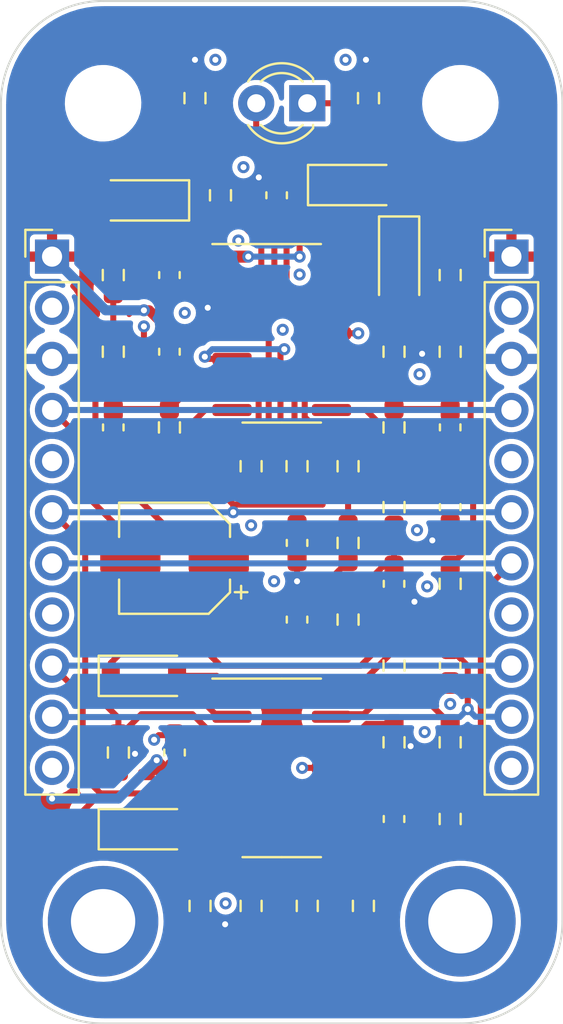
<source format=kicad_pcb>
(kicad_pcb (version 20211014) (generator pcbnew)
  (layers (0 "F.Cu" signal) (1 "In1.Cu" signal) (2 "In2.Cu" signal) (31 "B.Cu" signal) (34 "B.Paste" user) (35 "F.Paste" user) (36 "B.SilkS" user "B.Silkscreen") (37 "F.SilkS" user "F.Silkscreen") (38 "B.Mask" user) (39 "F.Mask" user) (44 "Edge.Cuts" user))
  (net 0 "")
  (net 1 "Net-(C1-Pad1)")
  (net 2 "/In")
  (net 3 "Net-(C2-Pad1)")
  (net 4 "Net-(C2-Pad2)")
  (net 5 "/+4.5V")
  (net 6 "Net-(C3-Pad2)")
  (net 7 "Net-(C4-Pad1)")
  (net 8 "/RectifiedOut")
  (net 9 "Net-(C5-Pad2)")
  (net 10 "Net-(C6-Pad2)")
  (net 11 "Net-(C7-Pad2)")
  (net 12 "Net-(C8-Pad2)")
  (net 13 "Net-(C9-Pad1)")
  (net 14 "Net-(C9-Pad2)")
  (net 15 "/+9V")
  (net 16 "/GND")
  (net 17 "Net-(C11-Pad1)")
  (net 18 "/Peak Detector/ThreshLim")
  (net 19 "Net-(C12-Pad1)")
  (net 20 "/PeakOut")
  (net 21 "Net-(D1-Pad2)")
  (net 22 "Net-(D3-Pad1)")
  (net 23 "Net-(D3-Pad2)")
  (net 24 "Net-(D5-Pad2)")
  (net 25 "Net-(D6-Pad1)")
  (net 26 "Net-(D6-Pad2)")
  (net 27 "/FollowerOut")
  (net 28 "/ThreshIn")
  (net 29 "Net-(R6-Pad2)")
  (net 30 "Net-(R16-Pad2)")
  (net 31 "Net-(R23-Pad2)")
  (net 32 "Net-(R26-Pad1)")
  (footprint "Resistor_SMD:R_0603_1608Metric_Pad0.98x0.95mm_HandSolder" (layer "F.Cu") (at 65.532 65.024 -90)
    (fp_text reference "R9" hide)
    (fp_text value "27k")
  )
  (footprint "Diode_SMD:D_SOD-123" (layer "F.Cu") (at 65.786 47.244)
    (fp_text reference "D2" hide)
    (fp_text value "1N4148")
  )
  (footprint "Resistor_SMD:R_0603_1608Metric_Pad0.98x0.95mm_HandSolder" (layer "F.Cu") (at 67.818 55.5255 -90)
    (fp_text reference "R12" hide)
    (fp_text value "1.5M")
  )
  (footprint "Capacitor_SMD:C_0603_1608Metric_Pad1.08x0.95mm_HandSolder" (layer "F.Cu") (at 56.642 55.5255 -90)
    (fp_text reference "C10" hide)
    (fp_text value "100n")
  )
  (footprint "Resistor_SMD:R_0603_1608Metric_Pad0.98x0.95mm_HandSolder" (layer "F.Cu") (at 54.102 75.438 -90)
    (fp_text reference "R18" hide)
    (fp_text value "10k")
  )
  (footprint "Resistor_SMD:R_0603_1608Metric_Pad0.98x0.95mm_HandSolder" (layer "F.Cu") (at 70.612 74.93 90)
    (fp_text reference "R22" hide)
    (fp_text value "100k")
  )
  (footprint "Capacitor_SMD:C_0603_1608Metric_Pad1.08x0.95mm_HandSolder" (layer "F.Cu") (at 70.612 59.2825 90)
    (fp_text reference "C9" hide)
    (fp_text value "1.2n")
  )
  (footprint "Capacitor_SMD:C_0603_1608Metric_Pad1.08x0.95mm_HandSolder" (layer "F.Cu") (at 56.896 75.438 90)
    (fp_text reference "C13" hide)
    (fp_text value "100n")
  )
  (footprint "Resistor_SMD:R_0603_1608Metric_Pad0.98x0.95mm_HandSolder" (layer "F.Cu") (at 53.848 55.5255 90)
    (fp_text reference "R1" hide)
    (fp_text value "10k")
  )
  (footprint "Resistor_SMD:R_0603_1608Metric_Pad0.98x0.95mm_HandSolder" (layer "F.Cu") (at 70.612 51.7155 -90)
    (fp_text reference "R16" hide)
    (fp_text value "100k")
  )
  (footprint "Capacitor_SMD:C_0603_1608Metric_Pad1.08x0.95mm_HandSolder" (layer "F.Cu") (at 67.818 67.056 90)
    (fp_text reference "C7" hide)
    (fp_text value "10n")
  )
  (footprint "Capacitor_SMD:C_0603_1608Metric_Pad1.08x0.95mm_HandSolder" (layer "F.Cu") (at 62.992 68.834 -90)
    (fp_text reference "C6" hide)
    (fp_text value "100n")
  )
  (footprint "Resistor_SMD:R_0603_1608Metric_Pad0.98x0.95mm_HandSolder" (layer "F.Cu") (at 62.992 61.214 -90)
    (fp_text reference "R6" hide)
    (fp_text value "120k")
  )
  (footprint "Diode_SMD:D_SOD-123" (layer "F.Cu") (at 55.372 48.006 180)
    (fp_text reference "D1" hide)
    (fp_text value "1N4148")
  )
  (footprint "Connector_PinHeader_2.54mm:PinHeader_1x11_P2.54mm_Vertical" (layer "F.Cu") (at 50.8 50.8)
    (fp_text reference "J1" hide)
    (fp_text value "L")
  )
  (footprint "Resistor_SMD:R_0603_1608Metric_Pad0.98x0.95mm_HandSolder" (layer "F.Cu") (at 60.706 83.058 -90)
    (fp_text reference "R20" hide)
    (fp_text value "2.7k")
  )
  (footprint "Capacitor_SMD:C_0603_1608Metric_Pad1.08x0.95mm_HandSolder" (layer "F.Cu") (at 62.992 65.024 90)
    (fp_text reference "C5" hide)
    (fp_text value "1u")
  )
  (footprint "MountingHole:MountingHole_3.2mm_M3" (layer "F.Cu") (at 53.34 43.18)
    (fp_text reference "H2" hide)
    (fp_text value "1")
  )
  (footprint "Package_SO:SOIC-14_3.9x8.7mm_P1.27mm" (layer "F.Cu") (at 62.23 54.61)
    (fp_text reference "U1" hide)
    (fp_text value "TL074")
  )
  (footprint "Resistor_SMD:R_0603_1608Metric_Pad0.98x0.95mm_HandSolder" (layer "F.Cu") (at 66.548 42.926 -90)
    (fp_text reference "R15" hide)
    (fp_text value "1k")
  )
  (footprint "Diode_SMD:D_SOD-123" (layer "F.Cu") (at 55.372 79.248)
    (fp_text reference "D6" hide)
    (fp_text value "1N4148")
  )
  (footprint "Resistor_SMD:R_0603_1608Metric_Pad0.98x0.95mm_HandSolder" (layer "F.Cu") (at 70.612 67.056 -90)
    (fp_text reference "R14" hide)
    (fp_text value "1k")
  )
  (footprint "Capacitor_SMD:C_0603_1608Metric_Pad1.08x0.95mm_HandSolder" (layer "F.Cu") (at 53.848 59.2855 -90)
    (fp_text reference "C4" hide)
    (fp_text value "20p")
  )
  (footprint "Resistor_SMD:R_0603_1608Metric_Pad0.98x0.95mm_HandSolder" (layer "F.Cu") (at 67.818 71.12 90)
    (fp_text reference "R25" hide)
    (fp_text value "100k")
  )
  (footprint "LED_THT:LED_D3.0mm" (layer "F.Cu") (at 63.5 43.18 180)
    (fp_text reference "D3" hide)
    (fp_text value "LED")
  )
  (footprint "Resistor_SMD:R_0603_1608Metric_Pad0.98x0.95mm_HandSolder" (layer "F.Cu") (at 67.818 63.246 90)
    (fp_text reference "R11" hide)
    (fp_text value "1M")
  )
  (footprint "Connector_PinHeader_2.54mm:PinHeader_1x11_P2.54mm_Vertical" (layer "F.Cu") (at 73.66 50.8)
    (fp_text reference "J2" hide)
    (fp_text value "R")
  )
  (footprint "Resistor_SMD:R_0603_1608Metric_Pad0.98x0.95mm_HandSolder" (layer "F.Cu") (at 57.912 42.926 -90)
    (fp_text reference "R4" hide)
    (fp_text value "100k")
  )
  (footprint "Package_SO:SOIC-14_3.9x8.7mm_P1.27mm" (layer "F.Cu") (at 62.23 76.2)
    (fp_text reference "U2" hide)
    (fp_text value "TL074")
  )
  (footprint "Resistor_SMD:R_0603_1608Metric_Pad0.98x0.95mm_HandSolder" (layer "F.Cu") (at 58.166 83.058 -90)
    (fp_text reference "R19" hide)
    (fp_text value "100k")
  )
  (footprint "Resistor_SMD:R_0603_1608Metric_Pad0.98x0.95mm_HandSolder" (layer "F.Cu") (at 67.818 59.2855 -90)
    (fp_text reference "R13" hide)
    (fp_text value "10M")
  )
  (footprint "MountingHole:MountingHole_3.2mm_M3_ISO14580_Pad" (layer "F.Cu") (at 71.12 83.82)
    (fp_text reference "H3" hide)
    (fp_text value "GND")
  )
  (footprint "Resistor_SMD:R_0603_1608Metric_Pad0.98x0.95mm_HandSolder" (layer "F.Cu") (at 63.5 83.058 -90)
    (fp_text reference "R26" hide)
    (fp_text value "1k")
  )
  (footprint "Diode_SMD:D_SOD-123" (layer "F.Cu") (at 55.372 71.628)
    (fp_text reference "D5" hide)
    (fp_text value "1N4148")
  )
  (footprint "MountingHole:MountingHole_3.2mm_M3_ISO14580_Pad" (layer "F.Cu") (at 53.34 83.82)
    (fp_text reference "H1" hide)
    (fp_text value "GND")
  )
  (footprint "Resistor_SMD:R_0603_1608Metric_Pad0.98x0.95mm_HandSolder" (layer "F.Cu") (at 65.532 61.214 -90)
    (fp_text reference "R8" hide)
    (fp_text value "2.7k")
  )
  (footprint "Resistor_SMD:R_0603_1608Metric_Pad0.98x0.95mm_HandSolder" (layer "F.Cu") (at 67.818 74.93 90)
    (fp_text reference "R24" hide)
    (fp_text value "100k")
  )
  (footprint "Resistor_SMD:R_0603_1608Metric_Pad0.98x0.95mm_HandSolder" (layer "F.Cu") (at 65.532 68.834 90)
    (fp_text reference "R10" hide)
    (fp_text value "270k")
  )
  (footprint "Capacitor_SMD:CP_Elec_5x5.4" (layer "F.Cu") (at 56.896 65.786 180)
    (fp_text reference "C1" hide)
    (fp_text value "10u")
  )
  (footprint "Resistor_SMD:R_0603_1608Metric_Pad0.98x0.95mm_HandSolder" (layer "F.Cu") (at 60.706 61.214 90)
    (fp_text reference "R5" hide)
    (fp_text value "100k")
  )
  (footprint "Resistor_SMD:R_0603_1608Metric_Pad0.98x0.95mm_HandSolder" (layer "F.Cu") (at 66.294 83.058 90)
    (fp_text reference "R23" hide)
    (fp_text value "100k")
  )
  (footprint "Resistor_SMD:R_0603_1608Metric_Pad0.98x0.95mm_HandSolder" (layer "F.Cu") (at 53.848 51.7155 90)
    (fp_text reference "R2" hide)
    (fp_text value "100k")
  )
  (footprint "Resistor_SMD:R_0603_1608Metric_Pad0.98x0.95mm_HandSolder" (layer "F.Cu") (at 70.612 55.5255 90)
    (fp_text reference "R17" hide)
    (fp_text value "100k")
  )
  (footprint "Resistor_SMD:R_0603_1608Metric_Pad0.98x0.95mm_HandSolder" (layer "F.Cu") (at 70.612 78.74 -90)
    (fp_text reference "R21" hide)
    (fp_text value "1k")
  )
  (footprint "MountingHole:MountingHole_3.2mm_M3" (layer "F.Cu") (at 71.12 43.18)
    (fp_text reference "H4" hide)
    (fp_text value "2")
  )
  (footprint "Capacitor_SMD:C_0603_1608Metric_Pad1.08x0.95mm_HandSolder" (layer "F.Cu") (at 61.976 47.752 -90)
    (fp_text reference "C3" hide)
    (fp_text value "20p")
  )
  (footprint "Capacitor_SMD:C_0603_1608Metric_Pad1.08x0.95mm_HandSolder" (layer "F.Cu") (at 70.612 71.12 90)
    (fp_text reference "C12" hide)
    (fp_text value "20p")
  )
  (footprint "Capacitor_SMD:C_0603_1608Metric_Pad1.08x0.95mm_HandSolder" (layer "F.Cu") (at 70.612 63.246 90)
    (fp_text reference "C8" hide)
    (fp_text value "1.2n")
  )
  (footprint "Resistor_SMD:R_0603_1608Metric_Pad0.98x0.95mm_HandSolder" (layer "F.Cu") (at 59.182 47.752 90)
    (fp_text reference "R3" hide)
    (fp_text value "100k")
  )
  (footprint "Diode_SMD:D_SOD-123" (layer "F.Cu") (at 68.072 51.054 -90)
    (fp_text reference "D4" hide)
    (fp_text value "1N4148")
  )
  (footprint "Capacitor_SMD:C_0603_1608Metric_Pad1.08x0.95mm_HandSolder" (layer "F.Cu") (at 67.818 78.74 -90)
    (fp_text reference "C11" hide)
    (fp_text value "20p")
  )
  (footprint "Resistor_SMD:R_0603_1608Metric_Pad0.98x0.95mm_HandSolder" (layer "F.Cu") (at 56.642 59.2855 -90)
    (fp_text reference "R7" hide)
    (fp_text value "100k")
  )
  (footprint "Capacitor_SMD:C_0603_1608Metric_Pad1.08x0.95mm_HandSolder" (layer "F.Cu") (at 56.642 51.7155 90)
    (fp_text reference "C2" hide)
    (fp_text value "20p")
  )
  (gr_arc (start 48.26 43.18) (mid 49.747898 39.587898) (end 53.34 38.1) (layer "Edge.Cuts") (width 0.1))
  (gr_line (start 48.26 43.18) (end 48.26 83.82) (layer "Edge.Cuts") (width 0.1))
  (gr_arc (start 76.2 83.82) (mid 74.712102 87.412102) (end 71.12 88.9) (layer "Edge.Cuts") (width 0.1))
  (gr_arc (start 71.12 38.1) (mid 74.712102 39.587898) (end 76.2 43.18) (layer "Edge.Cuts") (width 0.1))
  (gr_line (start 71.12 88.9) (end 53.34 88.9) (layer "Edge.Cuts") (width 0.1))
  (gr_arc (start 53.34 88.9) (mid 49.747898 87.412102) (end 48.26 83.82) (layer "Edge.Cuts") (width 0.1))
  (gr_line (start 71.12 38.1) (end 53.34 38.1) (layer "Edge.Cuts") (width 0.1))
  (gr_line (start 76.2 83.82) (end 76.2 43.18) (layer "Edge.Cuts") (width 0.1))
  (segment (start 59.096 65.786) (end 58.039 65.786) (width 0.3) (layer "F.Cu") (net 1))
  (segment (start 58.039 65.786) (end 52.959 60.706) (width 0.3) (layer "F.Cu") (net 1))
  (segment (start 52.959 56.769) (end 53.29 56.438) (width 0.3) (layer "F.Cu") (net 1))
  (segment (start 53.29 56.438) (end 53.848 56.438) (width 0.3) (layer "F.Cu") (net 1))
  (segment (start 52.959 60.706) (end 52.959 56.769) (width 0.3) (layer "F.Cu") (net 1))
  (segment (start 52.197 59.817) (end 50.8 58.42) (width 0.3) (layer "F.Cu") (net 2))
  (segment (start 54.696 64.856) (end 52.197 62.357) (width 0.3) (layer "F.Cu") (net 2))
  (segment (start 54.696 65.786) (end 54.696 64.856) (width 0.3) (layer "F.Cu") (net 2))
  (segment (start 52.197 62.357) (end 52.197 59.817) (width 0.3) (layer "F.Cu") (net 2))
  (segment (start 50.8 58.42) (end 73.66 58.42) (width 0.3) (layer "B.Cu") (net 2))
  (segment (start 56.642 52.578) (end 57.15 52.07) (width 0.3) (layer "F.Cu") (net 3))
  (segment (start 56.592 52.628) (end 56.642 52.578) (width 0.3) (layer "F.Cu") (net 3))
  (segment (start 53.848 54.613) (end 53.848 52.628) (width 0.3) (layer "F.Cu") (net 3))
  (segment (start 53.848 52.628) (end 56.592 52.628) (width 0.3) (layer "F.Cu") (net 3))
  (segment (start 57.15 52.07) (end 59.755 52.07) (width 0.3) (layer "F.Cu") (net 3))
  (segment (start 61.214 50.165) (end 61.214 51.943) (width 0.3) (layer "F.Cu") (net 3))
  (segment (start 59.7135 48.6645) (end 61.214 50.165) (width 0.3) (layer "F.Cu") (net 3))
  (segment (start 61.214 51.943) (end 61.087 52.07) (width 0.3) (layer "F.Cu") (net 3))
  (segment (start 61.087 52.07) (end 59.755 52.07) (width 0.3) (layer "F.Cu") (net 3))
  (segment (start 59.182 48.6645) (end 59.7135 48.6645) (width 0.3) (layer "F.Cu") (net 3))
  (segment (start 59.755 50.8) (end 60.5645 50.8) (width 0.3) (layer "F.Cu") (net 4))
  (segment (start 59.702 50.853) (end 59.755 50.8) (width 0.3) (layer "F.Cu") (net 4))
  (segment (start 56.642 50.853) (end 57.022 50.473) (width 0.3) (layer "F.Cu") (net 4))
  (segment (start 56.642 50.853) (end 59.702 50.853) (width 0.3) (layer "F.Cu") (net 4))
  (segment (start 63.119 50.8) (end 63.119 50.0525) (width 0.3) (layer "F.Cu") (net 4))
  (segment (start 57.022 50.473) (end 57.022 48.006) (width 0.3) (layer "F.Cu") (net 4))
  (segment (start 63.119 50.0525) (end 65.9275 47.244) (width 0.3) (layer "F.Cu") (net 4))
  (segment (start 65.9275 47.244) (end 67.436 47.244) (width 0.3) (layer "F.Cu") (net 4))
  (via (at 63.119 50.8) (size 0.6) (drill 0.3) (layers "F.Cu" "B.Cu") (net 4))
  (via (at 60.5645 50.8) (size 0.6) (drill 0.3) (layers "F.Cu" "B.Cu") (net 4))
  (segment (start 60.5645 50.8) (end 63.119 50.8) (width 0.3) (layer "B.Cu") (net 4))
  (segment (start 67.9215 75.8425) (end 67.818 75.8425) (width 0.3) (layer "F.Cu") (net 5))
  (segment (start 70.612 64.1085) (end 70.5115 64.1085) (width 0.3) (layer "F.Cu") (net 5))
  (segment (start 59.755 53.34) (end 58.547 53.34) (width 0.3) (layer "F.Cu") (net 5))
  (segment (start 67.818 67.9185) (end 68.8075 67.9185) (width 0.3) (layer "F.Cu") (net 5))
  (segment (start 68.831 55.626) (end 67.818 54.613) (width 0.3) (layer "F.Cu") (net 5))
  (segment (start 59.4125 83.9705) (end 60.706 83.9705) (width 0.3) (layer "F.Cu") (net 5))
  (segment (start 54.9275 75.5015) (end 54.102 76.327) (width 0.3) (layer "F.Cu") (net 5))
  (segment (start 57.912 42.0135) (end 57.912 41.021) (width 0.3) (layer "F.Cu") (net 5))
  (segment (start 68.6435 75.1205) (end 67.9215 75.8425) (width 0.3) (layer "F.Cu") (net 5))
  (segment (start 58.166 83.9705) (end 59.4125 83.9705) (width 0.3) (layer "F.Cu") (net 5))
  (segment (start 69.215 55.626) (end 70.027 56.438) (width 0.3) (layer "F.Cu") (net 5))
  (segment (start 66.548 41.148) (end 66.421 41.021) (width 0.3) (layer "F.Cu") (net 5))
  (segment (start 62.992 67.9715) (end 62.992 66.929) (width 0.3) (layer "F.Cu") (net 5))
  (segment (start 70.5115 64.1085) (end 69.723 64.897) (width 0.3) (layer "F.Cu") (net 5))
  (segment (start 54.102 76.327) (end 54.102 76.3505) (width 0.3) (layer "F.Cu") (net 5))
  (segment (start 66.548 42.0135) (end 66.548 41.148) (width 0.3) (layer "F.Cu") (net 5))
  (segment (start 68.8075 67.9185) (end 68.834 67.945) (width 0.3) (layer "F.Cu") (net 5))
  (segment (start 62.992 66.929) (end 62.992 65.8865) (width 0.3) (layer "F.Cu") (net 5))
  (segment (start 69.215 55.626) (end 68.831 55.626) (width 0.3) (layer "F.Cu") (net 5))
  (segment (start 70.027 56.438) (end 70.612 56.438) (width 0.3) (layer "F.Cu") (net 5))
  (segment (start 61.1135 46.8895) (end 61.087 46.863) (width 0.3) (layer "F.Cu") (net 5))
  (segment (start 61.976 46.8895) (end 61.1135 46.8895) (width 0.3) (layer "F.Cu") (net 5))
  (via (at 62.992 66.929) (size 0.6) (drill 0.3) (layers "F.Cu" "B.Cu") (net 5))
  (via (at 69.215 55.626) (size 0.6) (drill 0.3) (layers "F.Cu" "B.Cu") (net 5))
  (via (at 61.087 46.863) (size 0.6) (drill 0.3) (layers "F.Cu" "B.Cu") (net 5))
  (via (at 68.6435 75.1205) (size 0.6) (drill 0.3) (layers "F.Cu" "B.Cu") (net 5))
  (via (at 57.912 41.021) (size 0.6) (drill 0.3) (layers "F.Cu" "B.Cu") (net 5))
  (via (at 54.9275 75.5015) (size 0.6) (drill 0.3) (layers "F.Cu" "B.Cu") (net 5))
  (via (at 69.723 64.897) (size 0.6) (drill 0.3) (layers "F.Cu" "B.Cu") (net 5))
  (via (at 66.421 41.021) (size 0.6) (drill 0.3) (layers "F.Cu" "B.Cu") (net 5))
  (via (at 58.547 53.34) (size 0.6) (drill 0.3) (layers "F.Cu" "B.Cu") (net 5))
  (via (at 68.834 67.945) (size 0.6) (drill 0.3) (layers "F.Cu" "B.Cu") (net 5))
  (via (at 59.4125 83.9705) (size 0.6) (drill 0.3) (layers "F.Cu" "B.Cu") (net 5))
  (segment (start 62.469 53.579) (end 62.469 49.1075) (width 0.3) (layer "F.Cu") (net 6))
  (segment (start 59.182 46.8395) (end 59.182 45.1085) (width 0.3) (layer "F.Cu") (net 6))
  (segment (start 64.136 46.61) (end 63.119 45.593) (width 0.3) (layer "F.Cu") (net 6))
  (segment (start 62.469 49.1075) (end 61.976 48.6145) (width 0.3) (layer "F.Cu") (net 6))
  (segment (start 59.182 45.1085) (end 57.912 43.8385) (width 0.3) (layer "F.Cu") (net 6))
  (segment (start 63.246 54.356) (end 62.469 53.579) (width 0.3) (layer "F.Cu") (net 6))
  (segment (start 63.246 56.007) (end 63.246 54.356) (width 0.3) (layer "F.Cu") (net 6))
  (segment (start 62.992 60.3015) (end 62.865 60.1745) (width 0.3) (layer "F.Cu") (net 6))
  (segment (start 63.3465 47.244) (end 61.976 48.6145) (width 0.3) (layer "F.Cu") (net 6))
  (segment (start 59.182 46.482) (end 59.182 46.8395) (width 0.3) (layer "F.Cu") (net 6))
  (segment (start 62.865 60.1745) (end 62.865 56.388) (width 0.3) (layer "F.Cu") (net 6))
  (segment (start 60.071 45.593) (end 59.182 46.482) (width 0.3) (layer "F.Cu") (net 6))
  (segment (start 63.119 45.593) (end 60.071 45.593) (width 0.3) (layer "F.Cu") (net 6))
  (segment (start 64.136 47.244) (end 63.3465 47.244) (width 0.3) (layer "F.Cu") (net 6))
  (segment (start 62.865 56.388) (end 63.246 56.007) (width 0.3) (layer "F.Cu") (net 6))
  (segment (start 64.136 47.244) (end 64.136 46.61) (width 0.3) (layer "F.Cu") (net 6))
  (segment (start 53.898 58.373) (end 53.848 58.423) (width 0.3) (layer "F.Cu") (net 7))
  (segment (start 61.08 59.9275) (end 61.08 57.524) (width 0.3) (layer "F.Cu") (net 7))
  (segment (start 60.706 60.3015) (end 61.08 59.9275) (width 0.3) (layer "F.Cu") (net 7))
  (segment (start 59.755 57.15) (end 57.865 57.15) (width 0.3) (layer "F.Cu") (net 7))
  (segment (start 57.865 57.15) (end 56.642 58.373) (width 0.3) (layer "F.Cu") (net 7))
  (segment (start 56.642 58.373) (end 53.898 58.373) (width 0.3) (layer "F.Cu") (net 7))
  (segment (start 61.08 57.524) (end 60.706 57.15) (width 0.3) (layer "F.Cu") (net 7))
  (segment (start 60.706 57.15) (end 59.755 57.15) (width 0.3) (layer "F.Cu") (net 7))
  (segment (start 54.102 74.5255) (end 54.2525 74.5255) (width 0.3) (layer "F.Cu") (net 8))
  (segment (start 56.896 60.198) (end 56.642 60.198) (width 0.3) (layer "F.Cu") (net 8))
  (segment (start 64.262 63.119) (end 59.817 63.119) (width 0.3) (layer "F.Cu") (net 8))
  (segment (start 54.2525 74.5255) (end 55.245 73.533) (width 0.3) (layer "F.Cu") (net 8))
  (segment (start 59.817 63.119) (end 56.896 60.198) (width 0.3) (layer "F.Cu") (net 8))
  (segment (start 55.245 73.533) (end 57.785 73.533) (width 0.3) (layer "F.Cu") (net 8))
  (segment (start 56.592 60.148) (end 56.642 60.198) (width 0.3) (layer "F.Cu") (net 8))
  (segment (start 52.451 65.151) (end 52.451 72.063894) (width 0.3) (layer "F.Cu") (net 8))
  (segment (start 65.532 60.3015) (end 64.262 61.5715) (width 0.3) (layer "F.Cu") (net 8))
  (segment (start 52.451 72.063894) (end 54.102 73.714894) (width 0.3) (layer "F.Cu") (net 8))
  (segment (start 54.102 73.714894) (end 54.102 74.5255) (width 0.3) (layer "F.Cu") (net 8))
  (segment (start 59.182 74.93) (end 59.755 74.93) (width 0.3) (layer "F.Cu") (net 8))
  (segment (start 59.817 63.119) (end 59.817 63.5) (width 0.3) (layer "F.Cu") (net 8))
  (segment (start 50.8 63.5) (end 52.451 65.151) (width 0.3) (layer "F.Cu") (net 8))
  (segment (start 58.42 58.42) (end 56.642 60.198) (width 0.3) (layer "F.Cu") (net 8))
  (segment (start 64.262 61.5715) (end 64.262 63.119) (width 0.3) (layer "F.Cu") (net 8))
  (segment (start 53.848 60.148) (end 56.592 60.148) (width 0.3) (layer "F.Cu") (net 8))
  (segment (start 59.755 58.42) (end 58.42 58.42) (width 0.3) (layer "F.Cu") (net 8))
  (segment (start 57.785 73.533) (end 59.182 74.93) (width 0.3) (layer "F.Cu") (net 8))
  (via (at 59.817 63.5) (size 0.6) (drill 0.3) (layers "F.Cu" "B.Cu") (net 8))
  (segment (start 73.66 63.5) (end 59.817 63.5) (width 0.3) (layer "B.Cu") (net 8))
  (segment (start 59.817 63.5) (end 50.8 63.5) (width 0.3) (layer "B.Cu") (net 8))
  (segment (start 65.482 64.1615) (end 65.532 64.1115) (width 0.3) (layer "F.Cu") (net 9))
  (segment (start 65.532 62.1265) (end 65.532 64.1115) (width 0.3) (layer "F.Cu") (net 9))
  (segment (start 62.992 64.1615) (end 65.482 64.1615) (width 0.3) (layer "F.Cu") (net 9))
  (segment (start 63.042 69.7465) (end 62.992 69.6965) (width 0.3) (layer "F.Cu") (net 10))
  (segment (start 64.643 68.8575) (end 65.532 69.7465) (width 0.3) (layer "F.Cu") (net 10))
  (segment (start 65.532 69.7465) (end 63.042 69.7465) (width 0.3) (layer "F.Cu") (net 10))
  (segment (start 65.532 65.9365) (end 64.643 66.8255) (width 0.3) (layer "F.Cu") (net 10))
  (segment (start 64.643 66.8255) (end 64.643 68.8575) (width 0.3) (layer "F.Cu") (net 10))
  (segment (start 67.818 66.1935) (end 67.26 66.1935) (width 0.3) (layer "F.Cu") (net 11))
  (segment (start 67.26 66.1935) (end 65.532 67.9215) (width 0.3) (layer "F.Cu") (net 11))
  (segment (start 67.818 64.1585) (end 67.818 66.1935) (width 0.3) (layer "F.Cu") (net 11))
  (segment (start 64.135 55.88) (end 64.705 55.88) (width 0.3) (layer "F.Cu") (net 12))
  (segment (start 66.421 60.9365) (end 66.421 59.69) (width 0.3) (layer "F.Cu") (net 12))
  (segment (start 63.38 56.864346) (end 63.38 56.635) (width 0.3) (layer "F.Cu") (net 12))
  (segment (start 70.562 62.3335) (end 70.612 62.3835) (width 0.3) (layer "F.Cu") (net 12))
  (segment (start 67.818 62.3335) (end 70.562 62.3335) (width 0.3) (layer "F.Cu") (net 12))
  (segment (start 65.913 59.182) (end 63.784893 59.182) (width 0.3) (layer "F.Cu") (net 12))
  (segment (start 63.373 56.871346) (end 63.38 56.864346) (width 0.3) (layer "F.Cu") (net 12))
  (segment (start 67.818 62.3335) (end 66.421 60.9365) (width 0.3) (layer "F.Cu") (net 12))
  (segment (start 63.784893 59.182) (end 63.373 58.770107) (width 0.3) (layer "F.Cu") (net 12))
  (segment (start 66.421 59.69) (end 65.913 59.182) (width 0.3) (layer "F.Cu") (net 12))
  (segment (start 63.373 58.770107) (end 63.373 56.871346) (width 0.3) (layer "F.Cu") (net 12))
  (segment (start 63.38 56.635) (end 64.135 55.88) (width 0.3) (layer "F.Cu") (net 12))
  (segment (start 70.6355 66.1435) (end 71.755 65.024) (width 0.3) (layer "F.Cu") (net 13))
  (segment (start 66.421 58.42) (end 64.705 58.42) (width 0.3) (layer "F.Cu") (net 13))
  (segment (start 67.818 60.198) (end 67.818 59.817) (width 0.3) (layer "F.Cu") (net 13))
  (segment (start 71.628 51.819) (end 71.628 59.944) (width 0.3) (layer "F.Cu") (net 13))
  (segment (start 70.612 50.803) (end 71.628 51.819) (width 0.3) (layer "F.Cu") (net 13))
  (segment (start 70.612 66.1435) (end 70.6355 66.1435) (width 0.3) (layer "F.Cu") (net 13))
  (segment (start 71.427 60.145) (end 70.612 60.145) (width 0.3) (layer "F.Cu") (net 13))
  (segment (start 71.628 59.944) (end 71.427 60.145) (width 0.3) (layer "F.Cu") (net 13))
  (segment (start 71.755 65.024) (end 71.755 61.288) (width 0.3) (layer "F.Cu") (net 13))
  (segment (start 67.818 60.198) (end 70.559 60.198) (width 0.3) (layer "F.Cu") (net 13))
  (segment (start 70.559 60.198) (end 70.612 60.145) (width 0.3) (layer "F.Cu") (net 13))
  (segment (start 67.818 59.817) (end 66.421 58.42) (width 0.3) (layer "F.Cu") (net 13))
  (segment (start 71.755 61.288) (end 70.612 60.145) (width 0.3) (layer "F.Cu") (net 13))
  (segment (start 70.565 58.373) (end 70.612 58.42) (width 0.3) (layer "F.Cu") (net 14))
  (segment (start 66.752 56.438) (end 66.04 57.15) (width 0.3) (layer "F.Cu") (net 14))
  (segment (start 66.04 57.15) (end 64.705 57.15) (width 0.3) (layer "F.Cu") (net 14))
  (segment (start 67.818 56.438) (end 66.752 56.438) (width 0.3) (layer "F.Cu") (net 14))
  (segment (start 67.818 58.373) (end 70.565 58.373) (width 0.3) (layer "F.Cu") (net 14))
  (segment (start 67.818 56.438) (end 67.818 58.373) (width 0.3) (layer "F.Cu") (net 14))
  (segment (start 55.372 53.467) (end 55.633158 53.467) (width 0.5) (layer "F.Cu") (net 15))
  (segment (start 59.702 54.663) (end 59.755 54.61) (width 0.5) (layer "F.Cu") (net 15))
  (segment (start 59.6545 76.3005) (end 59.755 76.2) (width 0.5) (layer "F.Cu") (net 15))
  (segment (start 56.896 76.3005) (end 59.6545 76.3005) (width 0.5) (layer "F.Cu") (net 15))
  (segment (start 56.642 54.483) (end 56.642 54.663) (width 0.5) (layer "F.Cu") (net 15))
  (segment (start 55.633158 53.467) (end 56.122 53.955842) (width 0.5) (layer "F.Cu") (net 15))
  (segment (start 56.896 76.3005) (end 56.4885 76.3005) (width 0.5) (layer "F.Cu") (net 15))
  (segment (start 56.122 53.963) (end 56.642 54.483) (width 0.5) (layer "F.Cu") (net 15))
  (segment (start 56.4885 76.3005) (end 56.007 75.819) (width 0.5) (layer "F.Cu") (net 15))
  (segment (start 56.642 54.663) (end 59.702 54.663) (width 0.5) (layer "F.Cu") (net 15))
  (segment (start 56.122 53.955842) (end 56.122 53.963) (width 0.5) (layer "F.Cu") (net 15))
  (via (at 55.372 53.467) (size 0.6) (drill 0.3) (layers "F.Cu" "B.Cu") (net 15))
  (via (at 56.007 75.819) (size 0.6) (drill 0.3) (layers "F.Cu" "B.Cu") (net 15))
  (via (at 50.8 77.724) (size 0.6) (drill 0.3) (layers "F.Cu" "B.Cu") (net 15))
  (segment (start 50.8 50.8) (end 53.467 53.467) (width 0.5) (layer "B.Cu") (net 15))
  (segment (start 50.8 77.724) (end 54.102 77.724) (width 0.5) (layer "B.Cu") (net 15))
  (segment (start 54.102 77.724) (end 56.007 75.819) (width 0.5) (layer "B.Cu") (net 15))
  (segment (start 55.372 53.467) (end 53.467 53.467) (width 0.5) (layer "B.Cu") (net 15))
  (segment (start 56.896 74.5755) (end 56.1075 74.5755) (width 0.3) (layer "F.Cu") (net 16))
  (segment (start 64.705 76.2) (end 63.246 76.2) (width 0.3) (layer "F.Cu") (net 16))
  (segment (start 66.04 54.61) (end 64.705 54.61) (width 0.3) (layer "F.Cu") (net 16))
  (segment (start 55.372 54.266503) (end 55.372 55.118) (width 0.3) (layer "F.Cu") (net 16))
  (segment (start 55.372 55.118) (end 56.642 56.388) (width 0.3) (layer "F.Cu") (net 16))
  (segment (start 56.1075 74.5755) (end 55.88 74.803) (width 0.3) (layer "F.Cu") (net 16))
  (via (at 69.342 74.422) (size 0.6) (drill 0.3) (layers "F.Cu" "B.Cu") (net 16))
  (via (at 60.325 46.355) (size 0.6) (drill 0.3) (layers "F.Cu" "B.Cu") (net 16))
  (via (at 66.04 54.61) (size 0.6) (drill 0.3) (layers "F.Cu" "B.Cu") (net 16))
  (via (at 63.246 76.2) (size 0.6) (drill 0.3) (layers "F.Cu" "B.Cu") (net 16))
  (via (at 55.372 54.266503) (size 0.6) (drill 0.3) (layers "F.Cu" "B.Cu") (net 16))
  (via (at 60.706 64.1495) (size 0.6) (drill 0.3) (layers "F.Cu" "B.Cu") (net 16))
  (via (at 59.436 82.931) (size 0.6) (drill 0.3) (layers "F.Cu" "B.Cu") (net 16))
  (via (at 65.405 41.021) (size 0.6) (drill 0.3) (layers "F.Cu" "B.Cu") (net 16))
  (via (at 63.119 51.689) (size 0.6) (drill 0.3) (layers "F.Cu" "B.Cu") (net 16))
  (via (at 62.278734 54.434266) (size 0.6) (drill 0.3) (layers "F.Cu" "B.Cu") (net 16))
  (via (at 57.404 53.594) (size 0.6) (drill 0.3) (layers "F.Cu" "B.Cu") (net 16))
  (via (at 69.469 67.183) (size 0.6) (drill 0.3) (layers "F.Cu" "B.Cu") (net 16))
  (via (at 70.612 73.025) (size 0.6) (drill 0.3) (layers "F.Cu" "B.Cu") (net 16))
  (via (at 55.88 74.803) (size 0.6) (drill 0.3) (layers "F.Cu" "B.Cu") (net 16))
  (via (at 69.088 56.642) (size 0.6) (drill 0.3) (layers "F.Cu" "B.Cu") (net 16))
  (via (at 61.849 66.929) (size 0.6) (drill 0.3) (layers "F.Cu" "B.Cu") (net 16))
  (via (at 58.928 41.021) (size 0.6) (drill 0.3) (layers "F.Cu" "B.Cu") (net 16))
  (via (at 60.071 50.0005) (size 0.6) (drill 0.3) (layers "F.Cu" "B.Cu") (net 16))
  (via (at 68.961 64.389) (size 0.6) (drill 0.3) (layers "F.Cu" "B.Cu") (net 16))
  (segment (start 71.882 78.232) (end 71.4775 77.8275) (width 0.3) (layer "F.Cu") (net 17))
  (segment (start 66.929 80.518) (end 67.056 80.645) (width 0.3) (layer "F.Cu") (net 17))
  (segment (start 54.992 72.898) (end 53.722 71.628) (width 0.3) (layer "F.Cu") (net 17))
  (segment (start 54.61 70.104) (end 53.722 70.992) (width 0.3) (layer "F.Cu") (net 17))
  (segment (start 59.055 73.66) (end 58.293 72.898) (width 0.3) (layer "F.Cu") (net 17))
  (segment (start 67.056 69.215) (end 66.802 69.469) (width 0.3) (layer "F.Cu") (net 17))
  (segment (start 67.818 77.8775) (end 67.818 77.2795) (width 0.3) (layer "F.Cu") (net 17))
  (segment (start 71.4775 77.8275) (end 70.612 77.8275) (width 0.3) (layer "F.Cu") (net 17))
  (segment (start 71.628 74.93) (end 72.136 74.422) (width 0.3) (layer "F.Cu") (net 17))
  (segment (start 72.136 69.215) (end 67.056 69.215) (width 0.3) (layer "F.Cu") (net 17))
  (segment (start 67.818 77.8775) (end 66.929 78.7665) (width 0.3) (layer "F.Cu") (net 17))
  (segment (start 59.755 73.66) (end 59.055 73.66) (width 0.3) (layer "F.Cu") (net 17))
  (segment (start 58.166 70.104) (end 54.61 70.104) (width 0.3) (layer "F.Cu") (net 17))
  (segment (start 66.294 83.9705) (end 66.294 83.693) (width 0.3) (layer "F.Cu") (net 17))
  (segment (start 67.818 77.2795) (end 70.1675 74.93) (width 0.3) (layer "F.Cu") (net 17))
  (segment (start 70.1675 74.93) (end 71.628 74.93) (width 0.3) (layer "F.Cu") (net 17))
  (segment (start 58.293 72.898) (end 54.992 72.898) (width 0.3) (layer "F.Cu") (net 17))
  (segment (start 59.19 71.128) (end 58.166 70.104) (width 0.3) (layer "F.Cu") (net 17))
  (segment (start 66.802 69.469) (end 66.802 70.485) (width 0.3) (layer "F.Cu") (net 17))
  (segment (start 66.802 70.485) (end 66.159 71.128) (width 0.3) (layer "F.Cu") (net 17))
  (segment (start 67.056 80.645) (end 69.342 80.645) (width 0.3) (layer "F.Cu") (net 17))
  (segment (start 71.882 80.391) (end 71.882 78.232) (width 0.3) (layer "F.Cu") (net 17))
  (segment (start 66.294 83.693) (end 69.342 80.645) (width 0.3) (layer "F.Cu") (net 17))
  (segment (start 66.159 71.128) (end 59.19 71.128) (width 0.3) (layer "F.Cu") (net 17))
  (segment (start 72.136 74.422) (end 72.136 69.215) (width 0.3) (layer "F.Cu") (net 17))
  (segment (start 53.722 70.992) (end 53.722 71.628) (width 0.3) (layer "F.Cu") (net 17))
  (segment (start 66.929 78.7665) (end 66.929 80.518) (width 0.3) (layer "F.Cu") (net 17))
  (segment (start 69.342 80.645) (end 71.628 80.645) (width 0.3) (layer "F.Cu") (net 17))
  (segment (start 71.628 80.645) (end 71.882 80.391) (width 0.3) (layer "F.Cu") (net 17))
  (segment (start 63.5 83.9705) (end 63.5 86.106) (width 0.3) (layer "F.Cu") (net 18))
  (segment (start 70.612 79.6525) (end 70.612 79.629) (width 0.3) (layer "F.Cu") (net 18))
  (segment (start 70.8895 75.8425) (end 70.612 75.8425) (width 0.3) (layer "F.Cu") (net 18))
  (segment (start 70.5885 75.8425) (end 70.612 75.8425) (width 0.3) (layer "F.Cu") (net 18))
  (segment (start 69.469 76.962) (end 70.5885 75.8425) (width 0.3) (layer "F.Cu") (net 18))
  (segment (start 67.868 79.6525) (end 67.818 79.6025) (width 0.3) (layer "F.Cu") (net 18))
  (segment (start 64.897 87.503) (end 72.898 87.503) (width 0.3) (layer "F.Cu") (net 18))
  (segment (start 75.184 85.217) (end 75.184 80.137) (width 0.3) (layer "F.Cu") (net 18))
  (segment (start 69.469 78.486) (end 69.469 76.962) (width 0.3) (layer "F.Cu") (net 18))
  (segment (start 63.5 86.106) (end 64.897 87.503) (width 0.3) (layer "F.Cu") (net 18))
  (segment (start 75.184 80.137) (end 70.8895 75.8425) (width 0.3) (layer "F.Cu") (net 18))
  (segment (start 72.898 87.503) (end 75.184 85.217) (width 0.3) (layer "F.Cu") (net 18))
  (segment (start 70.612 79.6525) (end 67.868 79.6525) (width 0.3) (layer "F.Cu") (net 18))
  (segment (start 70.612 79.629) (end 69.469 78.486) (width 0.3) (layer "F.Cu") (net 18))
  (segment (start 64.832 73.533) (end 64.705 73.66) (width 0.3) (layer "F.Cu") (net 19))
  (segment (start 70.612 71.9825) (end 67.868 71.9825) (width 0.3) (layer "F.Cu") (net 19))
  (segment (start 70.612 74.0175) (end 68.6035 72.009) (width 0.3) (layer "F.Cu") (net 19))
  (segment (start 68.6035 72.009) (end 67.8415 72.009) (width 0.3) (layer "F.Cu") (net 19))
  (segment (start 67.818 72.0325) (end 66.3175 73.533) (width 0.3) (layer "F.Cu") (net 19))
  (segment (start 67.868 71.9825) (end 67.818 72.0325) (width 0.3) (layer "F.Cu") (net 19))
  (segment (start 66.3175 73.533) (end 64.832 73.533) (width 0.3) (layer "F.Cu") (net 19))
  (segment (start 67.8415 72.009) (end 67.818 72.0325) (width 0.3) (layer "F.Cu") (net 19))
  (segment (start 71.4865 73.279) (end 71.4865 71.132) (width 0.3) (layer "F.Cu") (net 20))
  (segment (start 67.818 70.358) (end 65.786 72.39) (width 0.3) (layer "F.Cu") (net 20))
  (segment (start 70.612 70.2575) (end 67.868 70.2575) (width 0.3) (layer "F.Cu") (net 20))
  (segment (start 65.786 72.39) (end 64.705 72.39) (width 0.3) (layer "F.Cu") (net 20))
  (segment (start 67.818 70.2075) (end 67.818 70.358) (width 0.3) (layer "F.Cu") (net 20))
  (segment (start 71.4865 71.132) (end 70.612 70.2575) (width 0.3) (layer "F.Cu") (net 20))
  (segment (start 67.868 70.2575) (end 67.818 70.2075) (width 0.3) (layer "F.Cu") (net 20))
  (via (at 71.4865 73.279) (size 0.6) (drill 0.3) (layers "F.Cu" "B.Cu") (net 20))
  (segment (start 71.0905 73.675) (end 50.815 73.675) (width 0.3) (layer "B.Cu") (net 20))
  (segment (start 71.8675 73.66) (end 71.4865 73.279) (width 0.3) (layer "B.Cu") (net 20))
  (segment (start 73.66 73.66) (end 71.8675 73.66) (width 0.3) (layer "B.Cu") (net 20))
  (segment (start 50.815 73.675) (end 50.8 73.66) (width 0.3) (layer "B.Cu") (net 20))
  (segment (start 71.4865 73.279) (end 71.0905 73.675) (width 0.3) (layer "B.Cu") (net 20))
  (segment (start 57.912 47.752) (end 57.822 47.662) (width 0.3) (layer "F.Cu") (net 21))
  (segment (start 53.722 47.116) (end 53.722 48.006) (width 0.3) (layer "F.Cu") (net 21))
  (segment (start 61.864 52.69) (end 61.864 49.926) (width 0.3) (layer "F.Cu") (net 21))
  (segment (start 61.864 49.926) (end 59.69 47.752) (width 0.3) (layer "F.Cu") (net 21))
  (segment (start 60.706 62.103) (end 61.58 61.229) (width 0.3) (layer "F.Cu") (net 21))
  (segment (start 61.58 52.974) (end 61.864 52.69) (width 0.3) (layer "F.Cu") (net 21))
  (segment (start 60.706 62.1265) (end 60.706 62.103) (width 0.3) (layer "F.Cu") (net 21))
  (segment (start 53.848 48.132) (end 53.722 48.006) (width 0.3) (layer "F.Cu") (net 21))
  (segment (start 53.848 50.803) (end 53.848 48.132) (width 0.3) (layer "F.Cu") (net 21))
  (segment (start 61.58 61.229) (end 61.58 52.974) (width 0.3) (layer "F.Cu") (net 21))
  (segment (start 57.822 47.662) (end 57.822 47.056) (width 0.3) (layer "F.Cu") (net 21))
  (segment (start 54.102 46.736) (end 53.722 47.116) (width 0.3) (layer "F.Cu") (net 21))
  (segment (start 59.69 47.752) (end 57.912 47.752) (width 0.3) (layer "F.Cu") (net 21))
  (segment (start 57.502 46.736) (end 54.102 46.736) (width 0.3) (layer "F.Cu") (net 21))
  (segment (start 57.822 47.056) (end 57.502 46.736) (width 0.3) (layer "F.Cu") (net 21))
  (segment (start 69.596 51.18) (end 68.072 52.704) (width 0.3) (layer "F.Cu") (net 22))
  (segment (start 63.5 43.18) (end 65.8895 43.18) (width 0.3) (layer "F.Cu") (net 22))
  (segment (start 65.8895 43.18) (end 66.548 43.8385) (width 0.3) (layer "F.Cu") (net 22))
  (segment (start 64.705 52.07) (end 67.438 52.07) (width 0.3) (layer "F.Cu") (net 22))
  (segment (start 67.438 52.07) (end 68.072 52.704) (width 0.3) (layer "F.Cu") (net 22))
  (segment (start 66.548 43.8385) (end 69.596 46.8865) (width 0.3) (layer "F.Cu") (net 22))
  (segment (start 69.596 46.8865) (end 69.596 51.18) (width 0.3) (layer "F.Cu") (net 22))
  (segment (start 60.96 44.577) (end 60.96 43.18) (width 0.3) (layer "F.Cu") (net 23))
  (segment (start 68.707 48.769) (end 68.707 46.736) (width 0.3) (layer "F.Cu") (net 23))
  (segment (start 61.341 44.958) (end 60.96 44.577) (width 0.3) (layer "F.Cu") (net 23))
  (segment (start 67.817 49.149) (end 68.072 49.404) (width 0.3) (layer "F.Cu") (net 23))
  (segment (start 67.818 45.847) (end 64.643 45.847) (width 0.3) (layer "F.Cu") (net 23))
  (segment (start 63.754 44.958) (end 61.341 44.958) (width 0.3) (layer "F.Cu") (net 23))
  (segment (start 64.705 50.8) (end 66.356 49.149) (width 0.3) (layer "F.Cu") (net 23))
  (segment (start 64.643 45.847) (end 63.754 44.958) (width 0.3) (layer "F.Cu") (net 23))
  (segment (start 68.072 49.404) (end 68.707 48.769) (width 0.3) (layer "F.Cu") (net 23))
  (segment (start 66.356 49.149) (end 67.817 49.149) (width 0.3) (layer "F.Cu") (net 23))
  (segment (start 68.707 46.736) (end 67.818 45.847) (width 0.3) (layer "F.Cu") (net 23))
  (segment (start 59.755 72.39) (end 58.993 71.628) (width 0.3) (layer "F.Cu") (net 24))
  (segment (start 58.993 71.628) (end 57.022 71.628) (width 0.3) (layer "F.Cu") (net 24))
  (segment (start 61.087 79.248) (end 61.087 81.7645) (width 0.3) (layer "F.Cu") (net 25))
  (segment (start 61.722 78.74) (end 62.992 77.47) (width 0.3) (layer "F.Cu") (net 25))
  (segment (start 59.755 78.74) (end 60.579 78.74) (width 0.3) (layer "F.Cu") (net 25))
  (segment (start 59.755 78.74) (end 61.722 78.74) (width 0.3) (layer "F.Cu") (net 25))
  (segment (start 54.356 79.248) (end 55.499 78.105) (width 0.3) (layer "F.Cu") (net 25))
  (segment (start 58.547 78.105) (end 58.928 78.486) (width 0.3) (layer "F.Cu") (net 25))
  (segment (start 60.579 78.74) (end 61.087 79.248) (width 0.3) (layer "F.Cu") (net 25))
  (segment (start 61.087 81.7645) (end 60.706 82.1455) (width 0.3) (layer "F.Cu") (net 25))
  (segment (start 55.499 78.105) (end 58.547 78.105) (width 0.3) (layer "F.Cu") (net 25))
  (segment (start 62.992 77.47) (end 64.705 77.47) (width 0.3) (layer "F.Cu") (net 25))
  (segment (start 53.722 79.248) (end 54.356 79.248) (width 0.3) (layer "F.Cu") (net 25))
  (segment (start 57.022 79.248) (end 57.658 79.248) (width 0.3) (layer "F.Cu") (net 26))
  (segment (start 57.658 79.248) (end 58.42 80.01) (width 0.3) (layer "F.Cu") (net 26))
  (segment (start 58.42 80.01) (end 59.755 80.01) (width 0.3) (layer "F.Cu") (net 26))
  (segment (start 71.7315 67.9685) (end 73.66 66.04) (width 0.3) (layer "F.Cu") (net 27))
  (segment (start 70.612 67.9685) (end 71.7315 67.9685) (width 0.3) (layer "F.Cu") (net 27))
  (segment (start 50.8 66.04) (end 73.66 66.04) (width 0.3) (layer "B.Cu") (net 27))
  (segment (start 56.7455 82.1455) (end 54.864 80.264) (width 0.3) (layer "F.Cu") (net 28))
  (segment (start 50.8 71.12) (end 52.324 72.644) (width 0.3) (layer "F.Cu") (net 28))
  (segment (start 53.213 77.47) (end 59.755 77.47) (width 0.3) (layer "F.Cu") (net 28))
  (segment (start 54.864 80.264) (end 52.578 80.264) (width 0.3) (layer "F.Cu") (net 28))
  (segment (start 52.324 80.01) (end 52.324 78.359) (width 0.3) (layer "F.Cu") (net 28))
  (segment (start 52.324 76.581) (end 53.213 77.47) (width 0.3) (layer "F.Cu") (net 28))
  (segment (start 52.578 80.264) (end 52.324 80.01) (width 0.3) (layer "F.Cu") (net 28))
  (segment (start 58.166 82.1455) (end 56.7455 82.1455) (width 0.3) (layer "F.Cu") (net 28))
  (segment (start 52.324 78.359) (end 53.213 77.47) (width 0.3) (layer "F.Cu") (net 28))
  (segment (start 52.324 72.644) (end 52.324 76.581) (width 0.3) (layer "F.Cu") (net 28))
  (segment (start 50.8 71.12) (end 73.66 71.12) (width 0.3) (layer "B.Cu") (net 28))
  (segment (start 58.509438 55.88) (end 59.755 55.88) (width 0.3) (layer "F.Cu") (net 29))
  (segment (start 62.167 55.58977) (end 62.167 61.3015) (width 0.3) (layer "F.Cu") (net 29))
  (segment (start 62.3575 55.39927) (end 62.167 55.58977) (width 0.3) (layer "F.Cu") (net 29))
  (segment (start 58.401219 55.771781) (end 58.509438 55.88) (width 0.3) (layer "F.Cu") (net 29))
  (segment (start 62.167 61.3015) (end 62.992 62.1265) (width 0.3) (layer "F.Cu") (net 29))
  (via (at 58.401219 55.771781) (size 0.6) (drill 0.3) (layers "F.Cu" "B.Cu") (net 29))
  (via (at 62.3575 55.39927) (size 0.6) (drill 0.3) (layers "F.Cu" "B.Cu") (net 29))
  (segment (start 58.77373 55.39927) (end 62.3575 55.39927) (width 0.3) (layer "B.Cu") (net 29))
  (segment (start 58.401219 55.771781) (end 58.77373 55.39927) (width 0.3) (layer "B.Cu") (net 29))
  (segment (start 69.646 53.594) (end 70.612 52.628) (width 0.3) (layer "F.Cu") (net 30))
  (segment (start 66.548 53.34) (end 66.802 53.594) (width 0.3) (layer "F.Cu") (net 30))
  (segment (start 64.705 53.34) (end 66.548 53.34) (width 0.3) (layer "F.Cu") (net 30))
  (segment (start 66.802 53.594) (end 69.646 53.594) (width 0.3) (layer "F.Cu") (net 30))
  (segment (start 70.612 54.613) (end 70.612 52.628) (width 0.3) (layer "F.Cu") (net 30))
  (segment (start 66.04 74.93) (end 64.705 74.93) (width 0.3) (layer "F.Cu") (net 31))
  (segment (start 66.294 82.1455) (end 66.294 75.184) (width 0.3) (layer "F.Cu") (net 31))
  (segment (start 65.532 74.93) (end 64.705 74.93) (width 0.3) (layer "F.Cu") (net 31))
  (segment (start 67.818 74.0175) (end 66.4445 74.0175) (width 0.3) (layer "F.Cu") (net 31))
  (segment (start 66.294 75.184) (end 66.04 74.93) (width 0.3) (layer "F.Cu") (net 31))
  (segment (start 66.4445 74.0175) (end 65.532 74.93) (width 0.3) (layer "F.Cu") (net 31))
  (segment (start 64.705 80.01) (end 64.705 78.74) (width 0.3) (layer "F.Cu") (net 32))
  (segment (start 63.5 82.1455) (end 63.5 81.215) (width 0.3) (layer "F.Cu") (net 32))
  (segment (start 63.5 81.215) (end 64.705 80.01) (width 0.3) (layer "F.Cu") (net 32))
  (zone (net 15) (net_name "/+9V") (layer "F.Cu") (connect_pads (clearance 0.508)) (min_thickness 0.254) (fill yes (thermal_gap 0.508) (thermal_bridge_width 0.508))
    (polygon (pts (xy 76.2 88.9) (xy 48.26 88.9) (xy 48.26 38.1) (xy 76.2 38.1)))
  )
  (zone (net 5) (net_name "/+4.5V") (layer "B.Cu") (connect_pads (clearance 0.254)) (min_thickness 0.254) (fill yes (thermal_gap 0.508) (thermal_bridge_width 0.508))
    (polygon (pts (xy 76.2 88.9) (xy 48.26 88.9) (xy 48.26 38.1) (xy 76.2 38.1)))
  )
)
</source>
